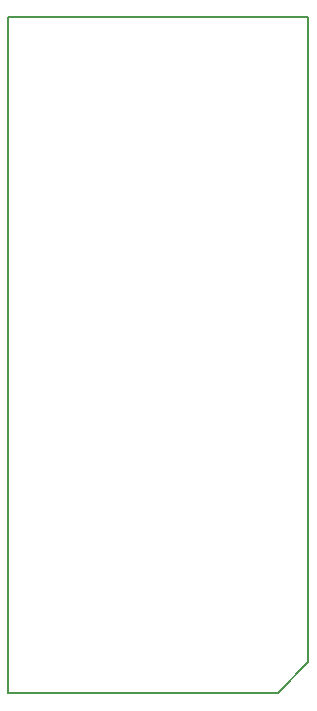
<source format=gbr>
G04 #@! TF.GenerationSoftware,KiCad,Pcbnew,(5.1.9-0-10_14)*
G04 #@! TF.CreationDate,2021-03-02T20:08:02+08:00*
G04 #@! TF.ProjectId,mikroBUS-L,6d696b72-6f42-4555-932d-4c2e6b696361,rev?*
G04 #@! TF.SameCoordinates,Original*
G04 #@! TF.FileFunction,Profile,NP*
%FSLAX46Y46*%
G04 Gerber Fmt 4.6, Leading zero omitted, Abs format (unit mm)*
G04 Created by KiCad (PCBNEW (5.1.9-0-10_14)) date 2021-03-02 20:08:02*
%MOMM*%
%LPD*%
G01*
G04 APERTURE LIST*
G04 #@! TA.AperFunction,Profile*
%ADD10C,0.150000*%
G04 #@! TD*
G04 APERTURE END LIST*
D10*
X144780000Y-61468000D02*
X144780000Y-118681500D01*
X170180000Y-61468000D02*
X144780000Y-61468000D01*
X170180000Y-116078000D02*
X170180000Y-61468000D01*
X167640000Y-118681500D02*
X170180000Y-116078000D01*
X144780000Y-118681500D02*
X167640000Y-118681500D01*
M02*

</source>
